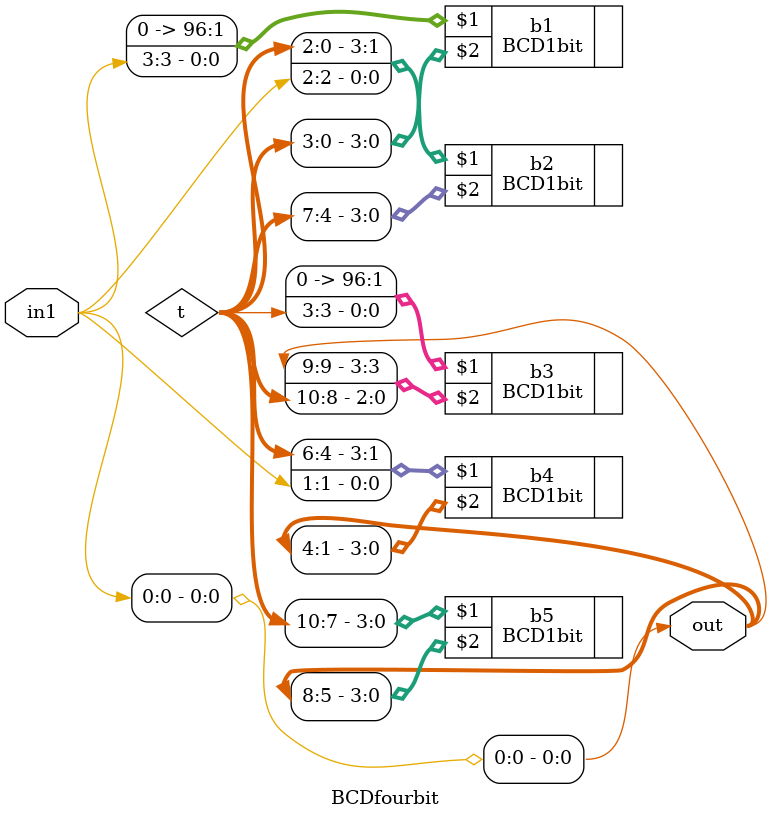
<source format=v>
`timescale 1ns / 1ps


module BCDfourbit(
input [3:0]in1,
output [9:0]out
    );
wire [10:0]t;

BCD1bit b1({0,0,0,in1[3]},t[3:0]);
BCD1bit b2({t[2:0],in1[2]},t[7:4]);
BCD1bit b3({0,0,0,t[3]},{out[9],t[10:8]});
BCD1bit b4({t[6:4],in1[1]},out[4:1]);
BCD1bit b5(t[10:7],out[8:5]);

assign out[0]=in1[0];


endmodule

</source>
